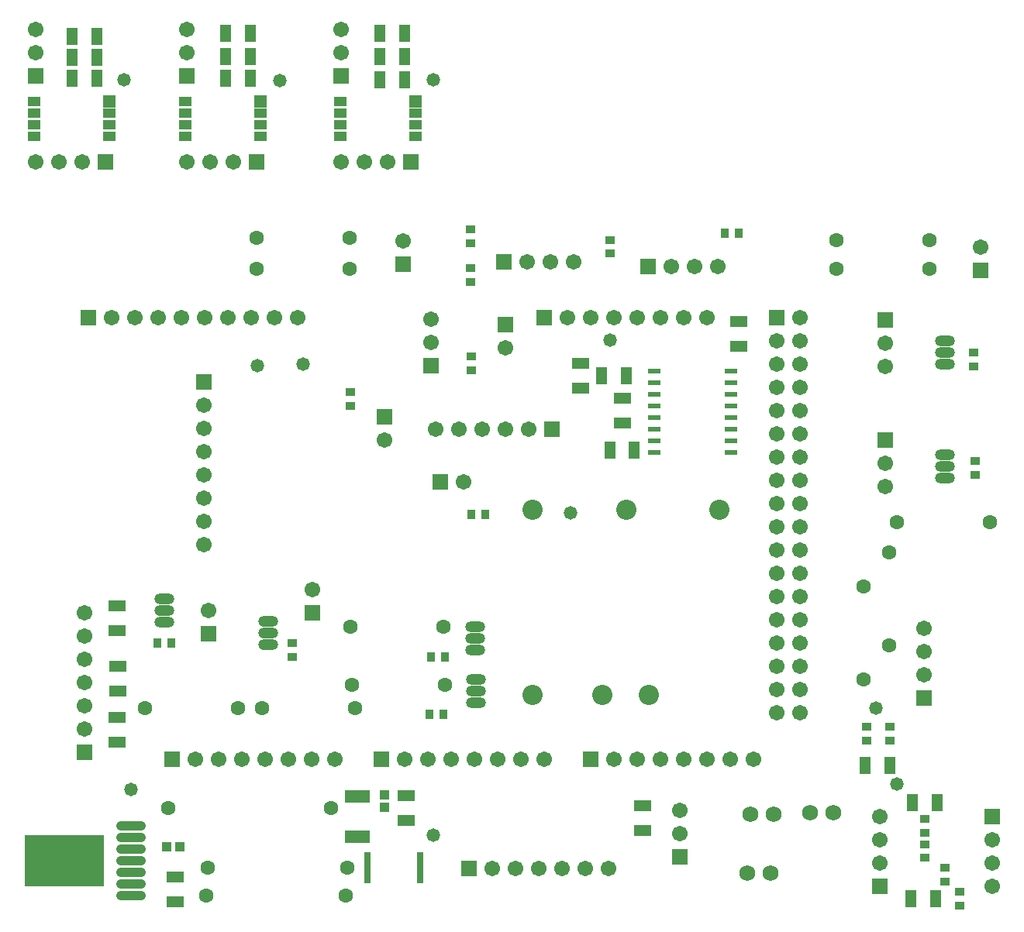
<source format=gts>
G04 Layer_Color=8388736*
%FSLAX25Y25*%
%MOIN*%
G70*
G01*
G75*
%ADD45R,0.03556X0.04343*%
%ADD46R,0.04343X0.03556*%
%ADD47R,0.07493X0.05131*%
%ADD48R,0.34409X0.21850*%
%ADD49O,0.12835X0.04291*%
%ADD50R,0.05131X0.07493*%
%ADD51R,0.05550X0.02400*%
%ADD52R,0.03950X0.04343*%
%ADD53R,0.11036X0.05524*%
%ADD54R,0.03162X0.13398*%
%ADD55R,0.04343X0.03950*%
%ADD56R,0.05524X0.03950*%
%ADD57R,0.05524X0.05524*%
%ADD58C,0.06706*%
%ADD59R,0.06706X0.06706*%
%ADD60C,0.06312*%
%ADD61R,0.06706X0.06706*%
%ADD62O,0.08674X0.04800*%
%ADD63O,0.08674X0.04800*%
%ADD64C,0.08674*%
%ADD65O,0.08674X0.04737*%
%ADD66O,0.08674X0.04737*%
%ADD67O,0.08674X0.04730*%
%ADD68O,0.08674X0.04730*%
%ADD69C,0.06800*%
%ADD70C,0.05800*%
%ADD71C,0.03402*%
D45*
X175453Y224500D02*
D03*
X169547D02*
D03*
X293000Y218500D02*
D03*
X287094D02*
D03*
X292453Y194000D02*
D03*
X286547D02*
D03*
X419406Y401000D02*
D03*
X413500D02*
D03*
X304594Y280000D02*
D03*
X310500D02*
D03*
D46*
X227500Y224500D02*
D03*
Y218595D02*
D03*
X474500Y182547D02*
D03*
Y188453D02*
D03*
X484500Y188453D02*
D03*
Y182547D02*
D03*
X364000Y392094D02*
D03*
Y398000D02*
D03*
X304000Y402500D02*
D03*
Y396595D02*
D03*
X304000Y380047D02*
D03*
Y385953D02*
D03*
X514500Y117453D02*
D03*
Y111547D02*
D03*
X508000Y127905D02*
D03*
Y122000D02*
D03*
X499500Y138000D02*
D03*
Y132095D02*
D03*
Y148906D02*
D03*
Y143000D02*
D03*
X304500Y347905D02*
D03*
Y342000D02*
D03*
X252500Y326547D02*
D03*
Y332453D02*
D03*
X520500Y349453D02*
D03*
Y343547D02*
D03*
X521000Y302953D02*
D03*
Y297047D02*
D03*
D47*
X378000Y143870D02*
D03*
Y154500D02*
D03*
X419500Y362815D02*
D03*
Y352185D02*
D03*
X177000Y113370D02*
D03*
Y124000D02*
D03*
X276500Y158815D02*
D03*
Y148185D02*
D03*
X152500Y203870D02*
D03*
Y214500D02*
D03*
X152000Y181870D02*
D03*
Y192500D02*
D03*
Y230000D02*
D03*
Y240630D02*
D03*
X351500Y344815D02*
D03*
Y334185D02*
D03*
X369500Y329815D02*
D03*
Y319185D02*
D03*
D48*
X129500Y131000D02*
D03*
D49*
X158260Y146000D02*
D03*
Y141000D02*
D03*
Y136000D02*
D03*
Y131000D02*
D03*
Y126000D02*
D03*
Y121000D02*
D03*
Y116000D02*
D03*
D50*
X371130Y339500D02*
D03*
X360500D02*
D03*
X484500Y172000D02*
D03*
X473870D02*
D03*
X493500Y114500D02*
D03*
X504130D02*
D03*
X504815Y156000D02*
D03*
X494185D02*
D03*
X364000Y307500D02*
D03*
X374630D02*
D03*
X143315Y467500D02*
D03*
X132685D02*
D03*
X143315Y476500D02*
D03*
X132685D02*
D03*
Y485500D02*
D03*
X143315D02*
D03*
X209315Y467500D02*
D03*
X198685D02*
D03*
X209315Y477000D02*
D03*
X198685D02*
D03*
Y487000D02*
D03*
X209315D02*
D03*
X275815Y467000D02*
D03*
X265185D02*
D03*
X275815Y477000D02*
D03*
X265185D02*
D03*
Y487000D02*
D03*
X275815D02*
D03*
D51*
X383000Y316500D02*
D03*
Y321500D02*
D03*
Y326500D02*
D03*
Y341500D02*
D03*
Y336500D02*
D03*
Y331500D02*
D03*
Y311500D02*
D03*
Y306500D02*
D03*
X416000D02*
D03*
Y311500D02*
D03*
Y331500D02*
D03*
Y336500D02*
D03*
Y341500D02*
D03*
Y326500D02*
D03*
Y321500D02*
D03*
Y316500D02*
D03*
D52*
X179000Y137000D02*
D03*
X173488D02*
D03*
D53*
X255500Y158661D02*
D03*
Y141339D02*
D03*
D54*
X282500Y128000D02*
D03*
X259665D02*
D03*
D55*
X267000Y159256D02*
D03*
Y153744D02*
D03*
D56*
X116500Y442500D02*
D03*
Y447500D02*
D03*
Y452500D02*
D03*
Y457500D02*
D03*
X148784Y452500D02*
D03*
Y442500D02*
D03*
Y447500D02*
D03*
X181500Y442500D02*
D03*
Y447500D02*
D03*
Y452500D02*
D03*
Y457500D02*
D03*
X213784Y452500D02*
D03*
Y442500D02*
D03*
Y447500D02*
D03*
X248217Y442500D02*
D03*
Y447500D02*
D03*
Y452500D02*
D03*
Y457500D02*
D03*
X280500Y452500D02*
D03*
Y442500D02*
D03*
Y447500D02*
D03*
D57*
X148784Y457500D02*
D03*
X213784D02*
D03*
X280500D02*
D03*
D58*
X323500Y127500D02*
D03*
X313500D02*
D03*
X333500D02*
D03*
X343500D02*
D03*
X353500D02*
D03*
X363500D02*
D03*
X236000Y247500D02*
D03*
X191500Y238500D02*
D03*
X445642Y364702D02*
D03*
X435642Y354702D02*
D03*
X445642D02*
D03*
X435642Y344702D02*
D03*
X445642D02*
D03*
X435642Y334702D02*
D03*
X445642D02*
D03*
X435642Y324702D02*
D03*
X445642D02*
D03*
X435642Y314702D02*
D03*
X445642D02*
D03*
X435642Y304702D02*
D03*
X445642D02*
D03*
X435642Y294702D02*
D03*
X445642D02*
D03*
X435642Y284702D02*
D03*
X445642D02*
D03*
X435642Y274702D02*
D03*
X445642D02*
D03*
X435642Y264702D02*
D03*
X445642D02*
D03*
X435642Y254702D02*
D03*
X445642D02*
D03*
X435642Y244702D02*
D03*
X445642D02*
D03*
X435642Y234702D02*
D03*
X445642D02*
D03*
X435642Y224702D02*
D03*
X445642D02*
D03*
X435642Y214702D02*
D03*
X445642D02*
D03*
X435642Y204702D02*
D03*
X445642D02*
D03*
X435642Y194702D02*
D03*
X445642D02*
D03*
X149642Y364702D02*
D03*
X169642D02*
D03*
X179642D02*
D03*
X189642D02*
D03*
X199642D02*
D03*
X209642D02*
D03*
X219642D02*
D03*
X229642D02*
D03*
X159642D02*
D03*
X405642D02*
D03*
X395642D02*
D03*
X385642D02*
D03*
X375642D02*
D03*
X365642D02*
D03*
X355642D02*
D03*
X345642D02*
D03*
X335642Y174702D02*
D03*
X325642D02*
D03*
X315642D02*
D03*
X305642D02*
D03*
X295642D02*
D03*
X285642D02*
D03*
X275642D02*
D03*
X425642D02*
D03*
X415642D02*
D03*
X405642D02*
D03*
X395642D02*
D03*
X385642D02*
D03*
X375642D02*
D03*
X365642D02*
D03*
X189500Y267000D02*
D03*
Y277000D02*
D03*
Y287000D02*
D03*
Y297000D02*
D03*
Y307000D02*
D03*
Y317000D02*
D03*
Y327000D02*
D03*
X138000Y197500D02*
D03*
Y187500D02*
D03*
Y207500D02*
D03*
Y217500D02*
D03*
Y227500D02*
D03*
Y237500D02*
D03*
X245642Y174702D02*
D03*
X235642D02*
D03*
X225642D02*
D03*
X215642D02*
D03*
X205642D02*
D03*
X195642D02*
D03*
X185642D02*
D03*
X499000Y211000D02*
D03*
Y221000D02*
D03*
Y231000D02*
D03*
X480000Y130000D02*
D03*
Y140000D02*
D03*
Y150000D02*
D03*
X528500Y140000D02*
D03*
Y130000D02*
D03*
Y120000D02*
D03*
X390500Y386500D02*
D03*
X400500D02*
D03*
X410500D02*
D03*
X394000Y152500D02*
D03*
Y142500D02*
D03*
X289000Y316500D02*
D03*
X299000D02*
D03*
X309000D02*
D03*
X319000D02*
D03*
X329000D02*
D03*
X287000Y364000D02*
D03*
Y354000D02*
D03*
X319000Y351500D02*
D03*
X301000Y294000D02*
D03*
X267000Y312000D02*
D03*
X328500Y388500D02*
D03*
X338500D02*
D03*
X348500D02*
D03*
X482500Y343500D02*
D03*
Y353500D02*
D03*
Y292000D02*
D03*
Y302000D02*
D03*
X523500Y395000D02*
D03*
X275000Y397500D02*
D03*
X137000Y431500D02*
D03*
X127000D02*
D03*
X117000D02*
D03*
Y488500D02*
D03*
Y478500D02*
D03*
X202000Y431500D02*
D03*
X192000D02*
D03*
X182000D02*
D03*
Y488500D02*
D03*
Y478500D02*
D03*
X268500Y431500D02*
D03*
X258500D02*
D03*
X248500D02*
D03*
Y488500D02*
D03*
Y478500D02*
D03*
D59*
X303500Y127500D02*
D03*
X139642Y364702D02*
D03*
X335642D02*
D03*
X265642Y174702D02*
D03*
X355642D02*
D03*
X175642D02*
D03*
X380500Y386500D02*
D03*
X339000Y316500D02*
D03*
X291000Y294000D02*
D03*
X318500Y388500D02*
D03*
X147000Y431500D02*
D03*
X212000D02*
D03*
X278500D02*
D03*
D60*
X164000Y196500D02*
D03*
X204000D02*
D03*
X254500D02*
D03*
X214500D02*
D03*
X473000Y249000D02*
D03*
Y209000D02*
D03*
X190500Y116000D02*
D03*
X250500D02*
D03*
X191000Y128000D02*
D03*
X251000D02*
D03*
X174000Y153500D02*
D03*
X244000D02*
D03*
X292500Y231500D02*
D03*
X252500D02*
D03*
X293000Y206500D02*
D03*
X253000D02*
D03*
X501500Y398000D02*
D03*
X461500D02*
D03*
Y385500D02*
D03*
X501500D02*
D03*
X212000D02*
D03*
X252000D02*
D03*
X212000Y399000D02*
D03*
X252000D02*
D03*
X487500Y276500D02*
D03*
X527500D02*
D03*
X484000Y263500D02*
D03*
Y223500D02*
D03*
D61*
X236000Y237500D02*
D03*
X191500Y228500D02*
D03*
X435642Y364702D02*
D03*
X189500Y337000D02*
D03*
X138000Y177500D02*
D03*
X499000Y201000D02*
D03*
X480000Y120000D02*
D03*
X528500Y150000D02*
D03*
X394000Y132500D02*
D03*
X287000Y344000D02*
D03*
X319000Y361500D02*
D03*
X267000Y322000D02*
D03*
X482500Y363500D02*
D03*
Y312000D02*
D03*
X523500Y385000D02*
D03*
X275000Y387500D02*
D03*
X117000Y468500D02*
D03*
X182000D02*
D03*
X248500D02*
D03*
D62*
X217000Y224000D02*
D03*
Y229000D02*
D03*
X172500Y238500D02*
D03*
D63*
X217000Y234000D02*
D03*
D64*
X411158Y282000D02*
D03*
X371000D02*
D03*
X330842D02*
D03*
Y202079D02*
D03*
X360764D02*
D03*
X380842D02*
D03*
D65*
X306000Y221500D02*
D03*
Y226500D02*
D03*
X306500Y199000D02*
D03*
Y204000D02*
D03*
X508000Y344500D02*
D03*
Y349500D02*
D03*
Y295500D02*
D03*
Y300500D02*
D03*
D66*
X306000Y231500D02*
D03*
X306500Y209000D02*
D03*
X508000Y354500D02*
D03*
Y305500D02*
D03*
D67*
X172500Y233500D02*
D03*
D68*
Y243500D02*
D03*
D69*
X434500Y151000D02*
D03*
X424500D02*
D03*
X460000Y151500D02*
D03*
X450000D02*
D03*
X433000Y125500D02*
D03*
X423000D02*
D03*
D70*
X212500Y344000D02*
D03*
X158000Y161500D02*
D03*
X232000Y344500D02*
D03*
X487500Y164000D02*
D03*
X478500Y196500D02*
D03*
X155000Y467000D02*
D03*
X222000Y466500D02*
D03*
X288000Y467000D02*
D03*
Y142000D02*
D03*
X364000Y355000D02*
D03*
X347000Y280500D02*
D03*
D71*
X133260Y123500D02*
D03*
X140760Y138500D02*
D03*
Y131000D02*
D03*
Y123500D02*
D03*
X133260Y138500D02*
D03*
Y131000D02*
D03*
X125760Y138500D02*
D03*
Y131000D02*
D03*
Y123500D02*
D03*
X118260Y138500D02*
D03*
Y131000D02*
D03*
Y123500D02*
D03*
M02*

</source>
